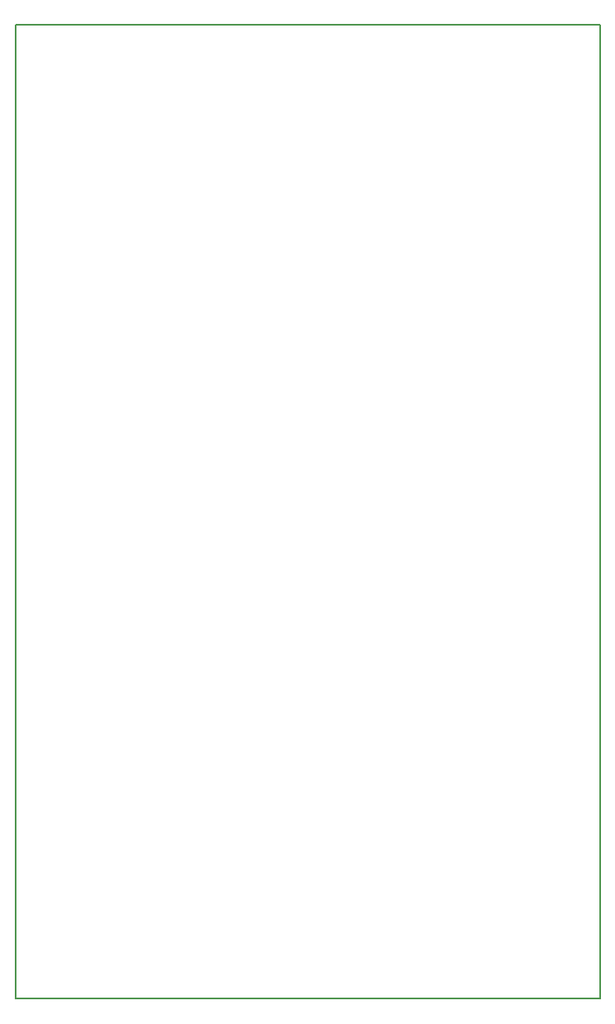
<source format=gbr>
%TF.GenerationSoftware,KiCad,Pcbnew,(6.0.8)*%
%TF.CreationDate,2023-01-26T15:40:28+00:00*%
%TF.ProjectId,Quadraphone,51756164-7261-4706-986f-6e652e6b6963,rev?*%
%TF.SameCoordinates,Original*%
%TF.FileFunction,Profile,NP*%
%FSLAX46Y46*%
G04 Gerber Fmt 4.6, Leading zero omitted, Abs format (unit mm)*
G04 Created by KiCad (PCBNEW (6.0.8)) date 2023-01-26 15:40:28*
%MOMM*%
%LPD*%
G01*
G04 APERTURE LIST*
%TA.AperFunction,Profile*%
%ADD10C,0.200000*%
%TD*%
G04 APERTURE END LIST*
D10*
X50000000Y-50000000D02*
X110000000Y-50000000D01*
X110000000Y-50000000D02*
X110000000Y-150000000D01*
X50000000Y-50000000D02*
X50000000Y-150000000D01*
X50000000Y-150000000D02*
X110000000Y-150000000D01*
M02*

</source>
